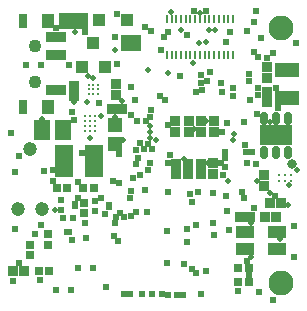
<source format=gbr>
G04 EAGLE Gerber RS-274X export*
G75*
%MOMM*%
%FSLAX34Y34*%
%LPD*%
%INSoldermask Bottom*%
%IPPOS*%
%AMOC8*
5,1,8,0,0,1.08239X$1,22.5*%
G01*
%ADD10C,2.108200*%
%ADD11R,0.823200X0.823200*%
%ADD12R,1.203200X1.153200*%
%ADD13R,1.353200X1.653200*%
%ADD14C,1.193800*%
%ADD15R,0.838200X1.473200*%
%ADD16R,0.228600X0.774700*%
%ADD17R,1.511300X2.743200*%
%ADD18R,1.000659X1.103200*%
%ADD19R,0.553200X0.653200*%
%ADD20R,0.553200X0.553200*%
%ADD21R,0.653200X0.553200*%
%ADD22R,0.703200X0.703200*%
%ADD23R,1.703200X0.903200*%
%ADD24R,0.803200X1.203200*%
%ADD25R,1.003200X1.203200*%
%ADD26C,1.103200*%
%ADD27C,0.304800*%
%ADD28C,0.292100*%
%ADD29R,1.003200X1.103200*%
%ADD30R,2.703200X1.803200*%
%ADD31C,0.653200*%
%ADD32C,0.325000*%
%ADD33R,1.549400X1.016000*%
%ADD34R,2.108200X1.295400*%
%ADD35C,0.803200*%
%ADD36C,0.508000*%
%ADD37C,0.609600*%


D10*
X234950Y234950D03*
X234950Y19050D03*
D11*
X178562Y147138D03*
X178562Y156138D03*
X17200Y29210D03*
X8200Y29210D03*
X199970Y75184D03*
X208970Y75184D03*
X221814Y75184D03*
X230814Y75184D03*
X223012Y180776D03*
X223012Y171776D03*
X223266Y192858D03*
X223266Y201858D03*
X59690Y186110D03*
X59690Y177110D03*
X95250Y187380D03*
X95250Y178380D03*
X220726Y110418D03*
X220726Y101418D03*
X234878Y86614D03*
X225878Y86614D03*
X156718Y147138D03*
X156718Y156138D03*
X167640Y147138D03*
X167640Y156138D03*
X145542Y147138D03*
X145542Y156138D03*
X177292Y120324D03*
X177292Y111324D03*
X166878Y120070D03*
X166878Y111070D03*
X145796Y120070D03*
X145796Y111070D03*
X156464Y120070D03*
X156464Y111070D03*
X91512Y166624D03*
X100512Y166624D03*
D12*
X94742Y153034D03*
X94742Y137034D03*
D13*
X50402Y148844D03*
X32402Y148844D03*
D14*
X22860Y132080D03*
X33010Y81280D03*
X12710Y81280D03*
D15*
X103886Y222250D03*
X112014Y222250D03*
D16*
X166370Y242634D03*
X162370Y242634D03*
X158370Y242634D03*
X154370Y242634D03*
X150370Y242634D03*
X146370Y242634D03*
X142370Y242634D03*
X138370Y242634D03*
X194370Y242634D03*
X190370Y242634D03*
X186370Y242634D03*
X182370Y242634D03*
X178370Y242634D03*
X174370Y242634D03*
X170370Y242634D03*
X166370Y212027D03*
X162370Y212027D03*
X158370Y212027D03*
X154370Y212027D03*
X150370Y212027D03*
X146370Y212027D03*
X142370Y212027D03*
X138370Y212027D03*
X194370Y212027D03*
X190370Y212027D03*
X186370Y212027D03*
X182370Y212027D03*
X178370Y212027D03*
X174370Y212027D03*
X170370Y212027D03*
D17*
X76835Y122174D03*
X51689Y122174D03*
D18*
X85700Y202090D03*
X76200Y222090D03*
X66700Y202090D03*
D19*
X60360Y85090D03*
D20*
X48860Y81090D03*
X48860Y89090D03*
D19*
X89062Y84074D03*
D20*
X77562Y80074D03*
X77562Y88074D03*
D21*
X54610Y62322D03*
D20*
X50610Y73822D03*
X58610Y73822D03*
D22*
X37846Y60380D03*
X37846Y51380D03*
X198700Y19812D03*
X207700Y19812D03*
X198700Y32004D03*
X207700Y32004D03*
X29790Y29210D03*
X38790Y29210D03*
X68580Y87050D03*
X68580Y78050D03*
X54030Y99314D03*
X45030Y99314D03*
X67382Y99568D03*
X76382Y99568D03*
X22860Y42490D03*
X22860Y51490D03*
D23*
X44170Y226970D03*
X44170Y211970D03*
X44170Y181970D03*
D24*
X16670Y240970D03*
D25*
X37670Y240970D03*
D24*
X16670Y167970D03*
D25*
X37670Y167970D03*
D26*
X26670Y219470D03*
X26670Y189470D03*
D27*
X77152Y147924D03*
X77152Y151924D03*
X77152Y155924D03*
X77152Y159924D03*
X73152Y147924D03*
X73152Y151924D03*
X73152Y155924D03*
X73152Y159924D03*
X69152Y147924D03*
X69152Y151924D03*
X69152Y155924D03*
X69152Y159924D03*
D28*
X76200Y182880D03*
X80200Y186880D03*
X76200Y186880D03*
X80200Y182880D03*
X72200Y186880D03*
X80200Y178880D03*
X72200Y178880D03*
X72200Y182880D03*
X76200Y178880D03*
D29*
X81210Y241300D03*
X104210Y241300D03*
D30*
X230632Y144018D03*
D31*
X230632Y156518D02*
X230632Y160518D01*
X230632Y131518D02*
X230632Y127518D01*
X240632Y156518D02*
X240632Y160518D01*
X220632Y160518D02*
X220632Y156518D01*
X220632Y131518D02*
X220632Y127518D01*
X240632Y127518D02*
X240632Y131518D01*
D32*
X233252Y105196D03*
X233252Y110196D03*
X238252Y105196D03*
X238252Y110196D03*
X243252Y105196D03*
X243252Y110196D03*
D33*
X204851Y47364D03*
X204851Y62364D03*
X232029Y62364D03*
X232029Y47364D03*
D34*
X240284Y175260D03*
X240284Y199644D03*
D15*
X51054Y240792D03*
X59182Y240792D03*
X67310Y240792D03*
D35*
X244602Y119380D03*
D36*
X142240Y248158D03*
X59690Y171958D03*
X32512Y157988D03*
X82296Y160528D03*
X100330Y172720D03*
X73152Y141478D03*
X101600Y139700D03*
X43688Y81026D03*
D37*
X69342Y70104D03*
D36*
X209296Y41148D03*
X233934Y56134D03*
X209550Y69850D03*
X177292Y111324D03*
X171450Y156138D03*
D37*
X223266Y209042D03*
X13208Y35814D03*
D36*
X230632Y159004D03*
D37*
X232609Y166751D03*
X212344Y239776D03*
D36*
X225878Y95250D03*
D37*
X92710Y105410D03*
D36*
X248335Y114560D03*
D37*
X81280Y171704D03*
D36*
X77562Y80074D03*
D37*
X63500Y31750D03*
X76200Y31750D03*
X69850Y57150D03*
X9652Y64262D03*
X9398Y113030D03*
X6350Y146050D03*
X19050Y203200D03*
X31750Y203200D03*
X247650Y222250D03*
X107950Y185166D03*
X188976Y154686D03*
X189230Y79756D03*
X190754Y63754D03*
X178308Y59944D03*
X159512Y87630D03*
X171196Y28956D03*
X153162Y35052D03*
X216662Y10922D03*
X203962Y90678D03*
X186182Y110744D03*
X119634Y97790D03*
X245872Y67056D03*
X245872Y40894D03*
X213868Y119888D03*
X184404Y187960D03*
X96520Y204216D03*
X55118Y203454D03*
X139446Y231394D03*
X120142Y235712D03*
X207772Y189992D03*
X167386Y195326D03*
X228346Y213360D03*
X8128Y20574D03*
X98044Y103886D03*
X66294Y128778D03*
X58420Y163322D03*
X177800Y69850D03*
X155194Y65024D03*
X112268Y119380D03*
X230124Y92964D03*
X149098Y193802D03*
X185166Y147066D03*
X30916Y21336D03*
X204724Y135382D03*
X31750Y68199D03*
D36*
X123872Y141895D03*
D37*
X212084Y82550D03*
X202057Y96393D03*
X215900Y177800D03*
X215900Y184150D03*
X167640Y188468D03*
X96774Y54610D03*
D36*
X174370Y233520D03*
X194564Y140208D03*
X123952Y147193D03*
D37*
X41910Y114554D03*
D36*
X178942Y232948D03*
X194818Y145288D03*
X123698Y152273D03*
D37*
X34481Y114046D03*
X213614Y249428D03*
X215646Y210312D03*
X138938Y152654D03*
X124714Y232410D03*
D36*
X166224Y247686D03*
D37*
X171473Y249405D03*
X26416Y60706D03*
X107950Y75438D03*
X107350Y9762D03*
X139350Y9000D03*
X139700Y95758D03*
X138430Y62992D03*
X138430Y36068D03*
X117094Y9652D03*
X102362Y74676D03*
X101854Y9398D03*
X125222Y165100D03*
X110998Y173990D03*
X134112Y9398D03*
X123952Y159766D03*
X112776Y156210D03*
X152400Y9144D03*
X205875Y37711D03*
D36*
X75819Y192278D03*
X225334Y155066D03*
D37*
X198628Y12446D03*
D36*
X71617Y194542D03*
X214578Y105156D03*
D37*
X177800Y95250D03*
D36*
X189738Y105156D03*
D37*
X163322Y27432D03*
X138938Y120396D03*
X147280Y9184D03*
D36*
X129592Y139954D03*
D37*
X122428Y136652D03*
X125730Y132588D03*
X125730Y9652D03*
X118872Y132080D03*
X121920Y79248D03*
X87122Y15240D03*
X122428Y114808D03*
X115570Y109982D03*
X159258Y30988D03*
X112586Y79058D03*
X188214Y92710D03*
X187706Y124968D03*
X174752Y197358D03*
X172720Y190246D03*
X203890Y154940D03*
X205994Y120142D03*
X208280Y196088D03*
X191770Y231648D03*
X210566Y129794D03*
X188214Y223266D03*
X204978Y130048D03*
X194564Y184404D03*
X187706Y130048D03*
X217678Y226568D03*
X85598Y76962D03*
X94742Y69342D03*
X94996Y74422D03*
X109982Y107696D03*
X112268Y131826D03*
X132588Y177546D03*
X93218Y58420D03*
X82296Y91186D03*
X168402Y182626D03*
X98552Y78232D03*
X107950Y97028D03*
X115316Y137668D03*
X120396Y155956D03*
X107188Y91186D03*
X140970Y127508D03*
X155194Y53848D03*
X164592Y95758D03*
X137160Y173990D03*
X163068Y67818D03*
X167350Y9762D03*
D36*
X54610Y62322D03*
D37*
X228600Y4572D03*
D36*
X60360Y85090D03*
X150370Y233520D03*
D37*
X157988Y94234D03*
X135890Y226822D03*
X107696Y161290D03*
X114300Y124714D03*
X123698Y120396D03*
X155194Y228854D03*
X161036Y249428D03*
X59690Y157226D03*
X133350Y216248D03*
D36*
X122054Y199524D03*
D37*
X57150Y12700D03*
D36*
X165180Y222330D03*
D37*
X96012Y246888D03*
D36*
X94107Y215900D03*
D37*
X94234Y227114D03*
D36*
X94742Y159766D03*
X70791Y172541D03*
D37*
X41982Y105592D03*
X69342Y231140D03*
X62738Y104394D03*
X63164Y90850D03*
D36*
X241300Y84836D03*
X171450Y222878D03*
X242213Y102331D03*
X60833Y231394D03*
D37*
X44718Y234950D03*
X214630Y162433D03*
X211958Y214243D03*
X194564Y177038D03*
D36*
X139700Y196746D03*
D37*
X187706Y116840D03*
X206248Y232156D03*
X57658Y55118D03*
X44450Y12700D03*
X207700Y25400D03*
X231140Y184150D03*
X12954Y126238D03*
X97663Y128270D03*
D36*
X161290Y149446D03*
X172974Y120324D03*
X160633Y205382D03*
X152908Y123626D03*
D37*
X183896Y120396D03*
X209042Y174244D03*
X184912Y180848D03*
X163322Y180848D03*
M02*

</source>
